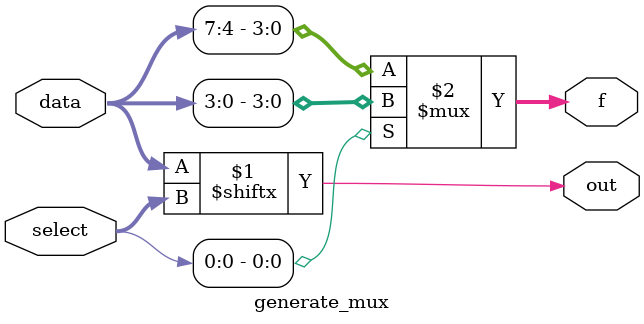
<source format=v>
module generate_mux(data, select, out, f);
    input [15:0] data;   // 16-bit input data
    input [3:0] select;  // 4-bit select signal
    output out;          // Single-bit output for selected data
    output [3:0] f;      // 4-bit output from the conditional operation

    // MUX logic for a 16-bit input using 4-bit select
    assign out = data[select]; // selects the bit corresponding to the select line

    // Conditional operation (f = in[3:0] if sel[0] else in[12:15])
    assign f = select[0] ? data[3:0] : data[7:4]; // Conditional logic for f

endmodule


</source>
